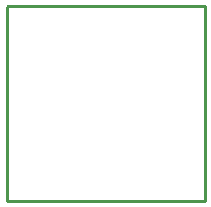
<source format=gko>
G04 Layer: BoardOutline*
G04 EasyEDA v6.4.17, 2021-02-26T18:21:57--8:00*
G04 8b8fbf476556458dbc2708442f6af73b,8aa2c519e6c9466aa65df0ec0365893d,10*
G04 Gerber Generator version 0.2*
G04 Scale: 100 percent, Rotated: No, Reflected: No *
G04 Dimensions in millimeters *
G04 leading zeros omitted , absolute positions ,4 integer and 5 decimal *
%FSLAX45Y45*%
%MOMM*%

%ADD10C,0.2540*%
D10*
X1089913Y-1350518D02*
G01*
X2755900Y-1350518D01*
X2755900Y-2997200D01*
X1079500Y-2997200D01*
X1079500Y-1360931D01*
X1089913Y-1350518D01*

%LPD*%
M02*

</source>
